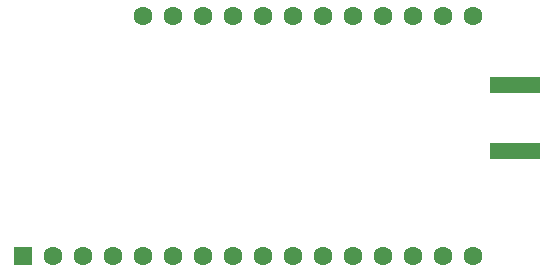
<source format=gbr>
%TF.GenerationSoftware,KiCad,Pcbnew,(5.99.0-6542-g16b0689841)*%
%TF.CreationDate,2021-01-03T15:15:32-08:00*%
%TF.ProjectId,SX1303,53583133-3033-42e6-9b69-6361645f7063,rev?*%
%TF.SameCoordinates,Original*%
%TF.FileFunction,Soldermask,Bot*%
%TF.FilePolarity,Negative*%
%FSLAX46Y46*%
G04 Gerber Fmt 4.6, Leading zero omitted, Abs format (unit mm)*
G04 Created by KiCad (PCBNEW (5.99.0-6542-g16b0689841)) date 2021-01-03 15:15:32*
%MOMM*%
%LPD*%
G01*
G04 APERTURE LIST*
%ADD10R,4.200000X1.350000*%
%ADD11R,1.600000X1.600000*%
%ADD12C,1.600000*%
G04 APERTURE END LIST*
D10*
%TO.C,J1*%
X151200000Y-63175000D03*
X151200000Y-68825000D03*
%TD*%
D11*
%TO.C,A1*%
X109500000Y-77700000D03*
D12*
X112040000Y-77700000D03*
X114580000Y-77700000D03*
X117120000Y-77700000D03*
X119660000Y-77700000D03*
X122200000Y-77700000D03*
X124740000Y-77700000D03*
X127280000Y-77700000D03*
X129820000Y-77700000D03*
X132360000Y-77700000D03*
X134900000Y-77700000D03*
X137440000Y-77700000D03*
X139980000Y-77700000D03*
X142520000Y-77700000D03*
X145060000Y-77700000D03*
X147600000Y-77700000D03*
X147600000Y-57380000D03*
X145060000Y-57380000D03*
X142520000Y-57380000D03*
X139980000Y-57380000D03*
X137440000Y-57380000D03*
X134900000Y-57380000D03*
X132360000Y-57380000D03*
X129820000Y-57380000D03*
X127280000Y-57380000D03*
X124740000Y-57380000D03*
X122200000Y-57380000D03*
X119660000Y-57380000D03*
%TD*%
M02*

</source>
